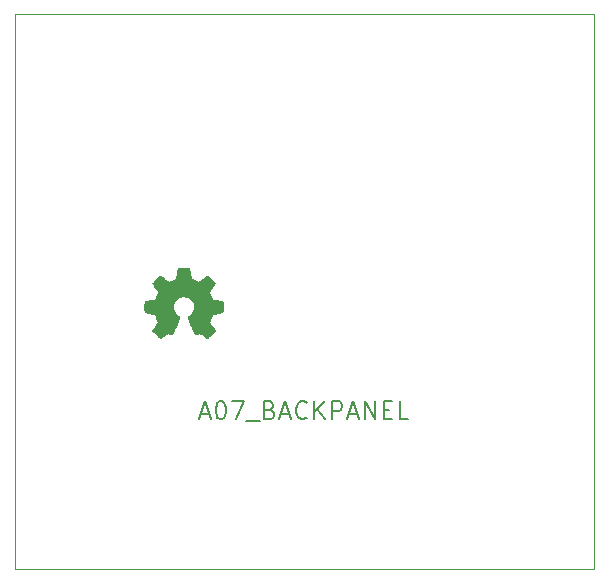
<source format=gbr>
G04 #@! TF.GenerationSoftware,KiCad,Pcbnew,6.0.11-2627ca5db0~126~ubuntu20.04.1*
G04 #@! TF.CreationDate,2023-03-25T11:58:24-05:00*
G04 #@! TF.ProjectId,A07,4130372e-6b69-4636-9164-5f7063625858,rev?*
G04 #@! TF.SameCoordinates,Original*
G04 #@! TF.FileFunction,Legend,Top*
G04 #@! TF.FilePolarity,Positive*
%FSLAX46Y46*%
G04 Gerber Fmt 4.6, Leading zero omitted, Abs format (unit mm)*
G04 Created by KiCad (PCBNEW 6.0.11-2627ca5db0~126~ubuntu20.04.1) date 2023-03-25 11:58:24*
%MOMM*%
%LPD*%
G01*
G04 APERTURE LIST*
G04 #@! TA.AperFunction,Profile*
%ADD10C,0.050000*%
G04 #@! TD*
%ADD11C,0.150000*%
%ADD12C,0.010000*%
G04 APERTURE END LIST*
D10*
X70790000Y-21210000D02*
X70790000Y-68210000D01*
X21790000Y-21210000D02*
X70790000Y-21210000D01*
X21790000Y-68210000D02*
X70790000Y-68210000D01*
X21790000Y-21210000D02*
X21790000Y-68210000D01*
D11*
X37513714Y-55114000D02*
X38228000Y-55114000D01*
X37370857Y-55542571D02*
X37870857Y-54042571D01*
X38370857Y-55542571D01*
X39156571Y-54042571D02*
X39299428Y-54042571D01*
X39442285Y-54114000D01*
X39513714Y-54185428D01*
X39585142Y-54328285D01*
X39656571Y-54614000D01*
X39656571Y-54971142D01*
X39585142Y-55256857D01*
X39513714Y-55399714D01*
X39442285Y-55471142D01*
X39299428Y-55542571D01*
X39156571Y-55542571D01*
X39013714Y-55471142D01*
X38942285Y-55399714D01*
X38870857Y-55256857D01*
X38799428Y-54971142D01*
X38799428Y-54614000D01*
X38870857Y-54328285D01*
X38942285Y-54185428D01*
X39013714Y-54114000D01*
X39156571Y-54042571D01*
X40156571Y-54042571D02*
X41156571Y-54042571D01*
X40513714Y-55542571D01*
X41370857Y-55685428D02*
X42513714Y-55685428D01*
X43370857Y-54756857D02*
X43585142Y-54828285D01*
X43656571Y-54899714D01*
X43728000Y-55042571D01*
X43728000Y-55256857D01*
X43656571Y-55399714D01*
X43585142Y-55471142D01*
X43442285Y-55542571D01*
X42870857Y-55542571D01*
X42870857Y-54042571D01*
X43370857Y-54042571D01*
X43513714Y-54114000D01*
X43585142Y-54185428D01*
X43656571Y-54328285D01*
X43656571Y-54471142D01*
X43585142Y-54614000D01*
X43513714Y-54685428D01*
X43370857Y-54756857D01*
X42870857Y-54756857D01*
X44299428Y-55114000D02*
X45013714Y-55114000D01*
X44156571Y-55542571D02*
X44656571Y-54042571D01*
X45156571Y-55542571D01*
X46513714Y-55399714D02*
X46442285Y-55471142D01*
X46228000Y-55542571D01*
X46085142Y-55542571D01*
X45870857Y-55471142D01*
X45728000Y-55328285D01*
X45656571Y-55185428D01*
X45585142Y-54899714D01*
X45585142Y-54685428D01*
X45656571Y-54399714D01*
X45728000Y-54256857D01*
X45870857Y-54114000D01*
X46085142Y-54042571D01*
X46228000Y-54042571D01*
X46442285Y-54114000D01*
X46513714Y-54185428D01*
X47156571Y-55542571D02*
X47156571Y-54042571D01*
X48013714Y-55542571D02*
X47370857Y-54685428D01*
X48013714Y-54042571D02*
X47156571Y-54899714D01*
X48656571Y-55542571D02*
X48656571Y-54042571D01*
X49228000Y-54042571D01*
X49370857Y-54114000D01*
X49442285Y-54185428D01*
X49513714Y-54328285D01*
X49513714Y-54542571D01*
X49442285Y-54685428D01*
X49370857Y-54756857D01*
X49228000Y-54828285D01*
X48656571Y-54828285D01*
X50085142Y-55114000D02*
X50799428Y-55114000D01*
X49942285Y-55542571D02*
X50442285Y-54042571D01*
X50942285Y-55542571D01*
X51442285Y-55542571D02*
X51442285Y-54042571D01*
X52299428Y-55542571D01*
X52299428Y-54042571D01*
X53013714Y-54756857D02*
X53513714Y-54756857D01*
X53728000Y-55542571D02*
X53013714Y-55542571D01*
X53013714Y-54042571D01*
X53728000Y-54042571D01*
X55085142Y-55542571D02*
X54370857Y-55542571D01*
X54370857Y-54042571D01*
G36*
X36623814Y-43188931D02*
G01*
X36707635Y-43633555D01*
X37016920Y-43761053D01*
X37326206Y-43888551D01*
X37697246Y-43636246D01*
X37801157Y-43565996D01*
X37895087Y-43503272D01*
X37974652Y-43450938D01*
X38035470Y-43411857D01*
X38073157Y-43388893D01*
X38083421Y-43383942D01*
X38101910Y-43396676D01*
X38141420Y-43431882D01*
X38197522Y-43485062D01*
X38265787Y-43551718D01*
X38341786Y-43627354D01*
X38421092Y-43707472D01*
X38499275Y-43787574D01*
X38571907Y-43863164D01*
X38634559Y-43929745D01*
X38682803Y-43982818D01*
X38712210Y-44017887D01*
X38719241Y-44029623D01*
X38709123Y-44051260D01*
X38680759Y-44098662D01*
X38637129Y-44167193D01*
X38581218Y-44252215D01*
X38516006Y-44349093D01*
X38478219Y-44404350D01*
X38409343Y-44505248D01*
X38348140Y-44596299D01*
X38297578Y-44672970D01*
X38260628Y-44730728D01*
X38240258Y-44765043D01*
X38237197Y-44772254D01*
X38244136Y-44792748D01*
X38263051Y-44840513D01*
X38291087Y-44908832D01*
X38325391Y-44990989D01*
X38363109Y-45080270D01*
X38401387Y-45169958D01*
X38437370Y-45253338D01*
X38468206Y-45323694D01*
X38491039Y-45374310D01*
X38503017Y-45398471D01*
X38503724Y-45399422D01*
X38522531Y-45404036D01*
X38572618Y-45414328D01*
X38648793Y-45429287D01*
X38745865Y-45447901D01*
X38858643Y-45469159D01*
X38924442Y-45481418D01*
X39044950Y-45504362D01*
X39153797Y-45526195D01*
X39245476Y-45545722D01*
X39314481Y-45561748D01*
X39355304Y-45573079D01*
X39363511Y-45576674D01*
X39371548Y-45601006D01*
X39378033Y-45655959D01*
X39382970Y-45735108D01*
X39386364Y-45832026D01*
X39388218Y-45940287D01*
X39388538Y-46053465D01*
X39387327Y-46165135D01*
X39384590Y-46268868D01*
X39380331Y-46358241D01*
X39374555Y-46426826D01*
X39367267Y-46468197D01*
X39362895Y-46476810D01*
X39336764Y-46487133D01*
X39281393Y-46501892D01*
X39204107Y-46519352D01*
X39112230Y-46537780D01*
X39080158Y-46543741D01*
X38925524Y-46572066D01*
X38803375Y-46594876D01*
X38709673Y-46613080D01*
X38640384Y-46627583D01*
X38591471Y-46639292D01*
X38558897Y-46649115D01*
X38538628Y-46657956D01*
X38526626Y-46666724D01*
X38524947Y-46668457D01*
X38508184Y-46696371D01*
X38482614Y-46750695D01*
X38450788Y-46824777D01*
X38415260Y-46911965D01*
X38378583Y-47005608D01*
X38343311Y-47099052D01*
X38311996Y-47185647D01*
X38287193Y-47258740D01*
X38271454Y-47311678D01*
X38267332Y-47337811D01*
X38267676Y-47338726D01*
X38281641Y-47360086D01*
X38313322Y-47407084D01*
X38359391Y-47474827D01*
X38416518Y-47558423D01*
X38481373Y-47652982D01*
X38499843Y-47679854D01*
X38565699Y-47777275D01*
X38623650Y-47866163D01*
X38670538Y-47941412D01*
X38703207Y-47997920D01*
X38718500Y-48030581D01*
X38719241Y-48034593D01*
X38706392Y-48055684D01*
X38670888Y-48097464D01*
X38617293Y-48155445D01*
X38550171Y-48225135D01*
X38474087Y-48302045D01*
X38393604Y-48381683D01*
X38313287Y-48459561D01*
X38237699Y-48531186D01*
X38171405Y-48592070D01*
X38118969Y-48637721D01*
X38084955Y-48663650D01*
X38075545Y-48667883D01*
X38053643Y-48657912D01*
X38008800Y-48631020D01*
X37948321Y-48591736D01*
X37901789Y-48560117D01*
X37817475Y-48502098D01*
X37717626Y-48433784D01*
X37617473Y-48365579D01*
X37563627Y-48329075D01*
X37381371Y-48205800D01*
X37228381Y-48288520D01*
X37158682Y-48324759D01*
X37099414Y-48352926D01*
X37059311Y-48368991D01*
X37049103Y-48371226D01*
X37036829Y-48354722D01*
X37012613Y-48308082D01*
X36978263Y-48235609D01*
X36935588Y-48141606D01*
X36886394Y-48030374D01*
X36832490Y-47906215D01*
X36775684Y-47773432D01*
X36717782Y-47636327D01*
X36660593Y-47499202D01*
X36605924Y-47366358D01*
X36555584Y-47242098D01*
X36511380Y-47130725D01*
X36475119Y-47036539D01*
X36448609Y-46963844D01*
X36433658Y-46916941D01*
X36431254Y-46900833D01*
X36450311Y-46880286D01*
X36492036Y-46846933D01*
X36547706Y-46807702D01*
X36552378Y-46804599D01*
X36696264Y-46689423D01*
X36812283Y-46555053D01*
X36899430Y-46405784D01*
X36956699Y-46245913D01*
X36983086Y-46079737D01*
X36977585Y-45911552D01*
X36939190Y-45745655D01*
X36866895Y-45586342D01*
X36845626Y-45551487D01*
X36734996Y-45410737D01*
X36604302Y-45297714D01*
X36458064Y-45213003D01*
X36300808Y-45157194D01*
X36137057Y-45130874D01*
X35971333Y-45134630D01*
X35808162Y-45169050D01*
X35652065Y-45234723D01*
X35507567Y-45332235D01*
X35462869Y-45371813D01*
X35349112Y-45495703D01*
X35266218Y-45626124D01*
X35209356Y-45772315D01*
X35177687Y-45917088D01*
X35169869Y-46079860D01*
X35195938Y-46243440D01*
X35253245Y-46402298D01*
X35339144Y-46550906D01*
X35450986Y-46683735D01*
X35586123Y-46795256D01*
X35603883Y-46807011D01*
X35660150Y-46845508D01*
X35702923Y-46878863D01*
X35723372Y-46900160D01*
X35723669Y-46900833D01*
X35719279Y-46923871D01*
X35701876Y-46976157D01*
X35673268Y-47053390D01*
X35635265Y-47151268D01*
X35589674Y-47265491D01*
X35538303Y-47391758D01*
X35482962Y-47525767D01*
X35425458Y-47663218D01*
X35367601Y-47799808D01*
X35311198Y-47931237D01*
X35258058Y-48053205D01*
X35209990Y-48161409D01*
X35168801Y-48251549D01*
X35136301Y-48319323D01*
X35114297Y-48360430D01*
X35105436Y-48371226D01*
X35078360Y-48362819D01*
X35027697Y-48340272D01*
X34962183Y-48307613D01*
X34926159Y-48288520D01*
X34773168Y-48205800D01*
X34590912Y-48329075D01*
X34497875Y-48392228D01*
X34396015Y-48461727D01*
X34300562Y-48527165D01*
X34252750Y-48560117D01*
X34185505Y-48605273D01*
X34128564Y-48641057D01*
X34089354Y-48662938D01*
X34076619Y-48667563D01*
X34058083Y-48655085D01*
X34017059Y-48620252D01*
X33957525Y-48566678D01*
X33883458Y-48497983D01*
X33798835Y-48417781D01*
X33745315Y-48366286D01*
X33651681Y-48274286D01*
X33570759Y-48191999D01*
X33505823Y-48122945D01*
X33460142Y-48070644D01*
X33436989Y-48038616D01*
X33434768Y-48032116D01*
X33445076Y-48007394D01*
X33473561Y-47957405D01*
X33517063Y-47887212D01*
X33572423Y-47801875D01*
X33636480Y-47706456D01*
X33654697Y-47679854D01*
X33721073Y-47583167D01*
X33780622Y-47496117D01*
X33830016Y-47423595D01*
X33865925Y-47370493D01*
X33885019Y-47341703D01*
X33886864Y-47338726D01*
X33884105Y-47315782D01*
X33869462Y-47265336D01*
X33845487Y-47194041D01*
X33814734Y-47108547D01*
X33779756Y-47015507D01*
X33743107Y-46921574D01*
X33707339Y-46833399D01*
X33675006Y-46757634D01*
X33648662Y-46700931D01*
X33630858Y-46669943D01*
X33629593Y-46668457D01*
X33618706Y-46659601D01*
X33600318Y-46650843D01*
X33570394Y-46641277D01*
X33524897Y-46629996D01*
X33459791Y-46616093D01*
X33371039Y-46598663D01*
X33254607Y-46576798D01*
X33106458Y-46549591D01*
X33074382Y-46543741D01*
X32979314Y-46525374D01*
X32896435Y-46507405D01*
X32833070Y-46491569D01*
X32796542Y-46479600D01*
X32791644Y-46476810D01*
X32783573Y-46452072D01*
X32777013Y-46396790D01*
X32771967Y-46317389D01*
X32768441Y-46220296D01*
X32766439Y-46111938D01*
X32765964Y-45998740D01*
X32767023Y-45887128D01*
X32769618Y-45783529D01*
X32773754Y-45694368D01*
X32779437Y-45626072D01*
X32786669Y-45585066D01*
X32791029Y-45576674D01*
X32815302Y-45568208D01*
X32870574Y-45554435D01*
X32951338Y-45536550D01*
X33052088Y-45515748D01*
X33167317Y-45493223D01*
X33230098Y-45481418D01*
X33349213Y-45459151D01*
X33455435Y-45438979D01*
X33543573Y-45421915D01*
X33608434Y-45408969D01*
X33644826Y-45401155D01*
X33650816Y-45399422D01*
X33660939Y-45379890D01*
X33682338Y-45332843D01*
X33712161Y-45265003D01*
X33747555Y-45183091D01*
X33785668Y-45093828D01*
X33823647Y-45003935D01*
X33858640Y-44920135D01*
X33887794Y-44849147D01*
X33908257Y-44797694D01*
X33917177Y-44772497D01*
X33917343Y-44771396D01*
X33907231Y-44751519D01*
X33878883Y-44705777D01*
X33835277Y-44638717D01*
X33779394Y-44554884D01*
X33714213Y-44458826D01*
X33676321Y-44403650D01*
X33607275Y-44302481D01*
X33545950Y-44210630D01*
X33495337Y-44132744D01*
X33458429Y-44073469D01*
X33438218Y-44037451D01*
X33435299Y-44029377D01*
X33447847Y-44010584D01*
X33482537Y-43970457D01*
X33534937Y-43913493D01*
X33600616Y-43844185D01*
X33675144Y-43767031D01*
X33754087Y-43686525D01*
X33833017Y-43607163D01*
X33907500Y-43533440D01*
X33973106Y-43469852D01*
X34025404Y-43420894D01*
X34059961Y-43391061D01*
X34071522Y-43383942D01*
X34090346Y-43393953D01*
X34135369Y-43422078D01*
X34202213Y-43465454D01*
X34286501Y-43521218D01*
X34383856Y-43586506D01*
X34457293Y-43636246D01*
X34828333Y-43888551D01*
X35446905Y-43633555D01*
X35530725Y-43188931D01*
X35614546Y-42744307D01*
X36539994Y-42744307D01*
X36623814Y-43188931D01*
G37*
D12*
X36623814Y-43188931D02*
X36707635Y-43633555D01*
X37016920Y-43761053D01*
X37326206Y-43888551D01*
X37697246Y-43636246D01*
X37801157Y-43565996D01*
X37895087Y-43503272D01*
X37974652Y-43450938D01*
X38035470Y-43411857D01*
X38073157Y-43388893D01*
X38083421Y-43383942D01*
X38101910Y-43396676D01*
X38141420Y-43431882D01*
X38197522Y-43485062D01*
X38265787Y-43551718D01*
X38341786Y-43627354D01*
X38421092Y-43707472D01*
X38499275Y-43787574D01*
X38571907Y-43863164D01*
X38634559Y-43929745D01*
X38682803Y-43982818D01*
X38712210Y-44017887D01*
X38719241Y-44029623D01*
X38709123Y-44051260D01*
X38680759Y-44098662D01*
X38637129Y-44167193D01*
X38581218Y-44252215D01*
X38516006Y-44349093D01*
X38478219Y-44404350D01*
X38409343Y-44505248D01*
X38348140Y-44596299D01*
X38297578Y-44672970D01*
X38260628Y-44730728D01*
X38240258Y-44765043D01*
X38237197Y-44772254D01*
X38244136Y-44792748D01*
X38263051Y-44840513D01*
X38291087Y-44908832D01*
X38325391Y-44990989D01*
X38363109Y-45080270D01*
X38401387Y-45169958D01*
X38437370Y-45253338D01*
X38468206Y-45323694D01*
X38491039Y-45374310D01*
X38503017Y-45398471D01*
X38503724Y-45399422D01*
X38522531Y-45404036D01*
X38572618Y-45414328D01*
X38648793Y-45429287D01*
X38745865Y-45447901D01*
X38858643Y-45469159D01*
X38924442Y-45481418D01*
X39044950Y-45504362D01*
X39153797Y-45526195D01*
X39245476Y-45545722D01*
X39314481Y-45561748D01*
X39355304Y-45573079D01*
X39363511Y-45576674D01*
X39371548Y-45601006D01*
X39378033Y-45655959D01*
X39382970Y-45735108D01*
X39386364Y-45832026D01*
X39388218Y-45940287D01*
X39388538Y-46053465D01*
X39387327Y-46165135D01*
X39384590Y-46268868D01*
X39380331Y-46358241D01*
X39374555Y-46426826D01*
X39367267Y-46468197D01*
X39362895Y-46476810D01*
X39336764Y-46487133D01*
X39281393Y-46501892D01*
X39204107Y-46519352D01*
X39112230Y-46537780D01*
X39080158Y-46543741D01*
X38925524Y-46572066D01*
X38803375Y-46594876D01*
X38709673Y-46613080D01*
X38640384Y-46627583D01*
X38591471Y-46639292D01*
X38558897Y-46649115D01*
X38538628Y-46657956D01*
X38526626Y-46666724D01*
X38524947Y-46668457D01*
X38508184Y-46696371D01*
X38482614Y-46750695D01*
X38450788Y-46824777D01*
X38415260Y-46911965D01*
X38378583Y-47005608D01*
X38343311Y-47099052D01*
X38311996Y-47185647D01*
X38287193Y-47258740D01*
X38271454Y-47311678D01*
X38267332Y-47337811D01*
X38267676Y-47338726D01*
X38281641Y-47360086D01*
X38313322Y-47407084D01*
X38359391Y-47474827D01*
X38416518Y-47558423D01*
X38481373Y-47652982D01*
X38499843Y-47679854D01*
X38565699Y-47777275D01*
X38623650Y-47866163D01*
X38670538Y-47941412D01*
X38703207Y-47997920D01*
X38718500Y-48030581D01*
X38719241Y-48034593D01*
X38706392Y-48055684D01*
X38670888Y-48097464D01*
X38617293Y-48155445D01*
X38550171Y-48225135D01*
X38474087Y-48302045D01*
X38393604Y-48381683D01*
X38313287Y-48459561D01*
X38237699Y-48531186D01*
X38171405Y-48592070D01*
X38118969Y-48637721D01*
X38084955Y-48663650D01*
X38075545Y-48667883D01*
X38053643Y-48657912D01*
X38008800Y-48631020D01*
X37948321Y-48591736D01*
X37901789Y-48560117D01*
X37817475Y-48502098D01*
X37717626Y-48433784D01*
X37617473Y-48365579D01*
X37563627Y-48329075D01*
X37381371Y-48205800D01*
X37228381Y-48288520D01*
X37158682Y-48324759D01*
X37099414Y-48352926D01*
X37059311Y-48368991D01*
X37049103Y-48371226D01*
X37036829Y-48354722D01*
X37012613Y-48308082D01*
X36978263Y-48235609D01*
X36935588Y-48141606D01*
X36886394Y-48030374D01*
X36832490Y-47906215D01*
X36775684Y-47773432D01*
X36717782Y-47636327D01*
X36660593Y-47499202D01*
X36605924Y-47366358D01*
X36555584Y-47242098D01*
X36511380Y-47130725D01*
X36475119Y-47036539D01*
X36448609Y-46963844D01*
X36433658Y-46916941D01*
X36431254Y-46900833D01*
X36450311Y-46880286D01*
X36492036Y-46846933D01*
X36547706Y-46807702D01*
X36552378Y-46804599D01*
X36696264Y-46689423D01*
X36812283Y-46555053D01*
X36899430Y-46405784D01*
X36956699Y-46245913D01*
X36983086Y-46079737D01*
X36977585Y-45911552D01*
X36939190Y-45745655D01*
X36866895Y-45586342D01*
X36845626Y-45551487D01*
X36734996Y-45410737D01*
X36604302Y-45297714D01*
X36458064Y-45213003D01*
X36300808Y-45157194D01*
X36137057Y-45130874D01*
X35971333Y-45134630D01*
X35808162Y-45169050D01*
X35652065Y-45234723D01*
X35507567Y-45332235D01*
X35462869Y-45371813D01*
X35349112Y-45495703D01*
X35266218Y-45626124D01*
X35209356Y-45772315D01*
X35177687Y-45917088D01*
X35169869Y-46079860D01*
X35195938Y-46243440D01*
X35253245Y-46402298D01*
X35339144Y-46550906D01*
X35450986Y-46683735D01*
X35586123Y-46795256D01*
X35603883Y-46807011D01*
X35660150Y-46845508D01*
X35702923Y-46878863D01*
X35723372Y-46900160D01*
X35723669Y-46900833D01*
X35719279Y-46923871D01*
X35701876Y-46976157D01*
X35673268Y-47053390D01*
X35635265Y-47151268D01*
X35589674Y-47265491D01*
X35538303Y-47391758D01*
X35482962Y-47525767D01*
X35425458Y-47663218D01*
X35367601Y-47799808D01*
X35311198Y-47931237D01*
X35258058Y-48053205D01*
X35209990Y-48161409D01*
X35168801Y-48251549D01*
X35136301Y-48319323D01*
X35114297Y-48360430D01*
X35105436Y-48371226D01*
X35078360Y-48362819D01*
X35027697Y-48340272D01*
X34962183Y-48307613D01*
X34926159Y-48288520D01*
X34773168Y-48205800D01*
X34590912Y-48329075D01*
X34497875Y-48392228D01*
X34396015Y-48461727D01*
X34300562Y-48527165D01*
X34252750Y-48560117D01*
X34185505Y-48605273D01*
X34128564Y-48641057D01*
X34089354Y-48662938D01*
X34076619Y-48667563D01*
X34058083Y-48655085D01*
X34017059Y-48620252D01*
X33957525Y-48566678D01*
X33883458Y-48497983D01*
X33798835Y-48417781D01*
X33745315Y-48366286D01*
X33651681Y-48274286D01*
X33570759Y-48191999D01*
X33505823Y-48122945D01*
X33460142Y-48070644D01*
X33436989Y-48038616D01*
X33434768Y-48032116D01*
X33445076Y-48007394D01*
X33473561Y-47957405D01*
X33517063Y-47887212D01*
X33572423Y-47801875D01*
X33636480Y-47706456D01*
X33654697Y-47679854D01*
X33721073Y-47583167D01*
X33780622Y-47496117D01*
X33830016Y-47423595D01*
X33865925Y-47370493D01*
X33885019Y-47341703D01*
X33886864Y-47338726D01*
X33884105Y-47315782D01*
X33869462Y-47265336D01*
X33845487Y-47194041D01*
X33814734Y-47108547D01*
X33779756Y-47015507D01*
X33743107Y-46921574D01*
X33707339Y-46833399D01*
X33675006Y-46757634D01*
X33648662Y-46700931D01*
X33630858Y-46669943D01*
X33629593Y-46668457D01*
X33618706Y-46659601D01*
X33600318Y-46650843D01*
X33570394Y-46641277D01*
X33524897Y-46629996D01*
X33459791Y-46616093D01*
X33371039Y-46598663D01*
X33254607Y-46576798D01*
X33106458Y-46549591D01*
X33074382Y-46543741D01*
X32979314Y-46525374D01*
X32896435Y-46507405D01*
X32833070Y-46491569D01*
X32796542Y-46479600D01*
X32791644Y-46476810D01*
X32783573Y-46452072D01*
X32777013Y-46396790D01*
X32771967Y-46317389D01*
X32768441Y-46220296D01*
X32766439Y-46111938D01*
X32765964Y-45998740D01*
X32767023Y-45887128D01*
X32769618Y-45783529D01*
X32773754Y-45694368D01*
X32779437Y-45626072D01*
X32786669Y-45585066D01*
X32791029Y-45576674D01*
X32815302Y-45568208D01*
X32870574Y-45554435D01*
X32951338Y-45536550D01*
X33052088Y-45515748D01*
X33167317Y-45493223D01*
X33230098Y-45481418D01*
X33349213Y-45459151D01*
X33455435Y-45438979D01*
X33543573Y-45421915D01*
X33608434Y-45408969D01*
X33644826Y-45401155D01*
X33650816Y-45399422D01*
X33660939Y-45379890D01*
X33682338Y-45332843D01*
X33712161Y-45265003D01*
X33747555Y-45183091D01*
X33785668Y-45093828D01*
X33823647Y-45003935D01*
X33858640Y-44920135D01*
X33887794Y-44849147D01*
X33908257Y-44797694D01*
X33917177Y-44772497D01*
X33917343Y-44771396D01*
X33907231Y-44751519D01*
X33878883Y-44705777D01*
X33835277Y-44638717D01*
X33779394Y-44554884D01*
X33714213Y-44458826D01*
X33676321Y-44403650D01*
X33607275Y-44302481D01*
X33545950Y-44210630D01*
X33495337Y-44132744D01*
X33458429Y-44073469D01*
X33438218Y-44037451D01*
X33435299Y-44029377D01*
X33447847Y-44010584D01*
X33482537Y-43970457D01*
X33534937Y-43913493D01*
X33600616Y-43844185D01*
X33675144Y-43767031D01*
X33754087Y-43686525D01*
X33833017Y-43607163D01*
X33907500Y-43533440D01*
X33973106Y-43469852D01*
X34025404Y-43420894D01*
X34059961Y-43391061D01*
X34071522Y-43383942D01*
X34090346Y-43393953D01*
X34135369Y-43422078D01*
X34202213Y-43465454D01*
X34286501Y-43521218D01*
X34383856Y-43586506D01*
X34457293Y-43636246D01*
X34828333Y-43888551D01*
X35446905Y-43633555D01*
X35530725Y-43188931D01*
X35614546Y-42744307D01*
X36539994Y-42744307D01*
X36623814Y-43188931D01*
M02*

</source>
